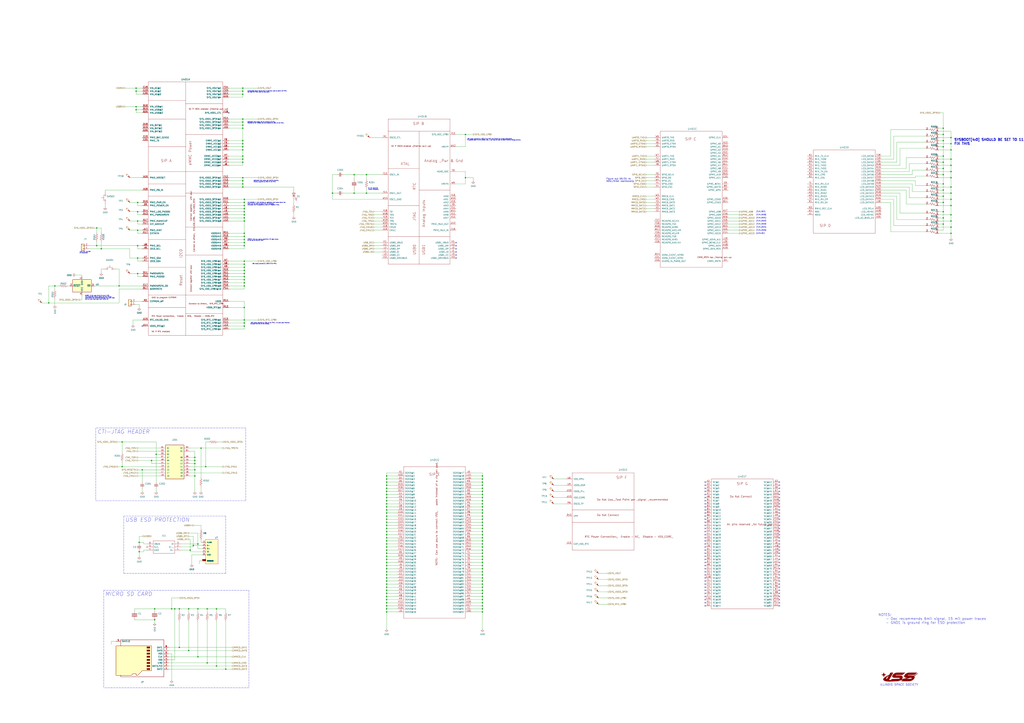
<source format=kicad_sch>
(kicad_sch (version 20211123) (generator eeschema)
  (paper "A1")
  (title_block (title "TARS - MK2 Microprocessor Schematic") (date "2021-01-11") (rev "A"))
  (junction (at 200.66 176.53))
  (junction (at 200.66 179.07))
  (junction (at 396.24 485.14))
  (junction (at 317.5 449.58))
  (junction (at 100.33 383.54))
  (junction (at 396.24 477.52))
  (junction (at 317.5 474.98))
  (junction (at 100.33 363.22))
  (junction (at 317.5 459.74))
  (junction (at 111.76 90.17))
  (junction (at 396.24 439.42))
  (junction (at 774.7 110.49))
  (junction (at 124.46 378.46))
  (junction (at 200.66 224.79))
  (junction (at 45.085 234.95))
  (junction (at 317.5 452.12))
  (junction (at 774.7 138.43))
  (junction (at 199.39 123.19))
  (junction (at 200.66 214.63))
  (junction (at 200.66 166.37))
  (junction (at 200.66 219.71))
  (junction (at 396.24 426.72))
  (junction (at 396.24 480.06))
  (junction (at 396.24 434.34))
  (junction (at 781.05 146.05))
  (junction (at 317.5 477.52))
  (junction (at 317.5 441.96))
  (junction (at 317.5 500.38))
  (junction (at 396.24 391.16))
  (junction (at 317.5 492.76))
  (junction (at 396.24 495.3))
  (junction (at 396.24 462.28))
  (junction (at 317.5 495.3))
  (junction (at 300.99 158.75))
  (junction (at 317.5 487.68))
  (junction (at 317.5 431.8))
  (junction (at 200.66 222.25))
  (junction (at 774.7 166.37))
  (junction (at 199.39 146.05))
  (junction (at 774.7 128.27))
  (junction (at 200.66 191.77))
  (junction (at 177.8 500.38))
  (junction (at 317.5 396.24))
  (junction (at 160.02 391.16))
  (junction (at 317.5 419.1))
  (junction (at 97.79 234.95))
  (junction (at 781.05 140.97))
  (junction (at 160.02 386.08))
  (junction (at 317.5 480.06))
  (junction (at 317.5 454.66))
  (junction (at 396.24 414.02))
  (junction (at 396.24 487.68))
  (junction (at 317.5 497.84))
  (junction (at 781.05 130.81))
  (junction (at 396.24 500.38))
  (junction (at 199.39 74.93))
  (junction (at 781.05 153.67))
  (junction (at 200.66 201.93))
  (junction (at 774.7 120.65))
  (junction (at 317.5 462.28))
  (junction (at 162.56 539.75))
  (junction (at 199.39 120.65))
  (junction (at 396.24 492.76))
  (junction (at 113.03 201.93))
  (junction (at 396.24 406.4))
  (junction (at 199.39 72.39))
  (junction (at 154.94 534.67))
  (junction (at 199.39 151.13))
  (junction (at 396.24 469.9))
  (junction (at 774.7 184.15))
  (junction (at 199.39 153.67))
  (junction (at 162.56 447.04))
  (junction (at 199.39 130.81))
  (junction (at 396.24 401.32))
  (junction (at 199.39 97.79))
  (junction (at 79.375 201.93))
  (junction (at 200.66 194.31))
  (junction (at 273.05 158.75))
  (junction (at 781.05 118.11))
  (junction (at 774.7 156.21))
  (junction (at 200.66 168.91))
  (junction (at 396.24 459.74))
  (junction (at 317.5 426.72))
  (junction (at 111.76 72.39))
  (junction (at 185.42 549.91))
  (junction (at 774.7 143.51))
  (junction (at 396.24 421.64))
  (junction (at 396.24 408.94))
  (junction (at 199.39 102.87))
  (junction (at 147.32 532.13))
  (junction (at 317.5 436.88))
  (junction (at 317.5 434.34))
  (junction (at 781.05 158.75))
  (junction (at 774.7 179.07))
  (junction (at 774.7 151.13))
  (junction (at 154.94 500.38))
  (junction (at 396.24 419.1))
  (junction (at 382.27 146.05))
  (junction (at 158.75 448.31))
  (junction (at 781.05 191.77))
  (junction (at 113.03 173.99))
  (junction (at 781.05 181.61))
  (junction (at 127 500.38))
  (junction (at 774.7 133.35))
  (junction (at 781.05 113.03))
  (junction (at 396.24 452.12))
  (junction (at 317.5 502.92))
  (junction (at 781.05 163.83))
  (junction (at 317.5 403.86))
  (junction (at 396.24 411.48))
  (junction (at 396.24 441.96))
  (junction (at 396.24 464.82))
  (junction (at 396.24 472.44))
  (junction (at 200.66 173.99))
  (junction (at 147.32 500.38))
  (junction (at 199.39 128.27))
  (junction (at 200.66 196.85))
  (junction (at 111.76 87.63))
  (junction (at 317.5 464.82))
  (junction (at 396.24 416.56))
  (junction (at 317.5 447.04))
  (junction (at 317.5 406.4))
  (junction (at 396.24 490.22))
  (junction (at 200.66 181.61))
  (junction (at 774.7 105.41))
  (junction (at 317.5 416.56))
  (junction (at 79.375 187.325))
  (junction (at 200.66 199.39))
  (junction (at 199.39 100.33))
  (junction (at 396.24 449.58))
  (junction (at 396.24 447.04))
  (junction (at 160.02 381))
  (junction (at 128.27 373.38))
  (junction (at 396.24 436.88))
  (junction (at 116.84 386.08))
  (junction (at 113.03 166.37))
  (junction (at 170.18 544.83))
  (junction (at 290.83 143.51))
  (junction (at 317.5 393.7))
  (junction (at 317.5 398.78))
  (junction (at 199.39 118.11))
  (junction (at 396.24 497.84))
  (junction (at 317.5 421.64))
  (junction (at 317.5 444.5))
  (junction (at 127 509.27))
  (junction (at 200.66 265.43))
  (junction (at 396.24 454.66))
  (junction (at 200.66 163.83))
  (junction (at 396.24 444.5))
  (junction (at 317.5 482.6))
  (junction (at 300.99 143.51))
  (junction (at 396.24 393.7))
  (junction (at 781.05 168.91))
  (junction (at 781.05 123.19))
  (junction (at 111.76 74.93))
  (junction (at 165.1 368.3))
  (junction (at 162.56 500.38))
  (junction (at 156.21 452.12))
  (junction (at 396.24 398.78))
  (junction (at 170.18 500.38))
  (junction (at 317.5 457.2))
  (junction (at 396.24 431.8))
  (junction (at 83.185 204.47))
  (junction (at 317.5 414.02))
  (junction (at 140.97 500.38))
  (junction (at 199.39 77.47))
  (junction (at 200.66 267.97))
  (junction (at 200.66 171.45))
  (junction (at 396.24 403.86))
  (junction (at 200.66 227.33))
  (junction (at 396.24 429.26))
  (junction (at 781.05 135.89))
  (junction (at 317.5 408.94))
  (junction (at 396.24 474.98))
  (junction (at 290.83 158.75))
  (junction (at 382.27 110.49))
  (junction (at 774.7 115.57))
  (junction (at 113.03 224.79))
  (junction (at 199.39 133.35))
  (junction (at 200.66 232.41))
  (junction (at 317.5 490.22))
  (junction (at 396.24 396.24))
  (junction (at 160.02 375.92))
  (junction (at 774.7 161.29))
  (junction (at 396.24 467.36))
  (junction (at 160.02 378.46))
  (junction (at 317.5 411.48))
  (junction (at 317.5 469.9))
  (junction (at 774.7 173.99))
  (junction (at 396.24 502.92))
  (junction (at 317.5 485.14))
  (junction (at 143.51 500.38))
  (junction (at 200.66 229.87))
  (junction (at 781.05 186.69))
  (junction (at 114.3 445.77))
  (junction (at 113.03 181.61))
  (junction (at 113.03 189.23))
  (junction (at 199.39 148.59))
  (junction (at 317.5 424.18))
  (junction (at 200.66 252.73))
  (junction (at 40.005 248.92))
  (junction (at 317.5 472.44))
  (junction (at 396.24 482.6))
  (junction (at 199.39 115.57))
  (junction (at 114.3 453.39))
  (junction (at 317.5 439.42))
  (junction (at 317.5 429.26))
  (junction (at 396.24 457.2))
  (junction (at 168.91 383.54))
  (junction (at 200.66 234.95))
  (junction (at 200.66 262.89))
  (junction (at 199.39 105.41))
  (junction (at 781.05 176.53))
  (junction (at 317.5 391.16))
  (junction (at 396.24 424.18))
  (junction (at 113.03 212.09))
  (junction (at 177.8 547.37))
  (junction (at 200.66 217.17))
  (junction (at 317.5 467.36))
  (junction (at 317.5 401.32))
  (no_connect (at 579.12 485.14))
  (no_connect (at 579.12 401.32))
  (no_connect (at 579.12 472.44))
  (no_connect (at 579.12 469.9))
  (no_connect (at 640.08 403.86))
  (no_connect (at 579.12 459.74))
  (no_connect (at 579.12 457.2))
  (no_connect (at 374.65 199.39))
  (no_connect (at 116.84 267.97))
  (no_connect (at 640.08 487.68))
  (no_connect (at 374.65 209.55))
  (no_connect (at 640.08 424.18))
  (no_connect (at 640.08 485.14))
  (no_connect (at 579.12 449.58))
  (no_connect (at 640.08 439.42))
  (no_connect (at 579.12 403.86))
  (no_connect (at 579.12 406.4))
  (no_connect (at 640.08 454.66))
  (no_connect (at 640.08 490.22))
  (no_connect (at 640.08 462.28))
  (no_connect (at 640.08 459.74))
  (no_connect (at 640.08 408.94))
  (no_connect (at 640.08 429.26))
  (no_connect (at 579.12 477.52))
  (no_connect (at 640.08 414.02))
  (no_connect (at 640.08 492.76))
  (no_connect (at 640.08 419.1))
  (no_connect (at 579.12 411.48))
  (no_connect (at 374.65 201.93))
  (no_connect (at 579.12 434.34))
  (no_connect (at 579.12 398.78))
  (no_connect (at 374.65 207.01))
  (no_connect (at 640.08 444.5))
  (no_connect (at 640.08 396.24))
  (no_connect (at 640.08 426.72))
  (no_connect (at 640.08 495.3))
  (no_connect (at 579.12 474.98))
  (no_connect (at 579.12 441.96))
  (no_connect (at 579.12 426.72))
  (no_connect (at 579.12 416.56))
  (no_connect (at 640.08 497.84))
  (no_connect (at 640.08 434.34))
  (no_connect (at 579.12 482.6))
  (no_connect (at 579.12 421.64))
  (no_connect (at 579.12 444.5))
  (no_connect (at 579.12 462.28))
  (no_connect (at 640.08 467.36))
  (no_connect (at 579.12 490.22))
  (no_connect (at 579.12 452.12))
  (no_connect (at 579.12 447.04))
  (no_connect (at 579.12 492.76))
  (no_connect (at 579.12 396.24))
  (no_connect (at 640.08 477.52))
  (no_connect (at 640.08 447.04))
  (no_connect (at 374.65 212.09))
  (no_connect (at 640.08 482.6))
  (no_connect (at 579.12 414.02))
  (no_connect (at 640.08 431.8))
  (no_connect (at 640.08 398.78))
  (no_connect (at 579.12 408.94))
  (no_connect (at 579.12 487.68))
  (no_connect (at 640.08 411.48))
  (no_connect (at 579.12 429.26))
  (no_connect (at 579.12 480.06))
  (no_connect (at 579.12 419.1))
  (no_connect (at 579.12 464.82))
  (no_connect (at 187.96 92.71))
  (no_connect (at 640.08 421.64))
  (no_connect (at 640.08 452.12))
  (no_connect (at 640.08 449.58))
  (no_connect (at 640.08 436.88))
  (no_connect (at 579.12 439.42))
  (no_connect (at 579.12 436.88))
  (no_connect (at 374.65 204.47))
  (no_connect (at 640.08 472.44))
  (no_connect (at 640.08 480.06))
  (no_connect (at 579.12 495.3))
  (no_connect (at 640.08 401.32))
  (no_connect (at 640.08 416.56))
  (no_connect (at 640.08 457.2))
  (no_connect (at 640.08 406.4))
  (no_connect (at 640.08 441.96))
  (no_connect (at 579.12 454.66))
  (no_connect (at 579.12 497.84))
  (no_connect (at 640.08 474.98))
  (no_connect (at 640.08 469.9))
  (no_connect (at 579.12 467.36))
  (no_connect (at 640.08 464.82))
  (no_connect (at 579.12 431.8))
  (no_connect (at 579.12 424.18))
  (wire (pts (xy 396.24 490.22) (xy 396.24 487.68)))
  (wire (pts (xy 770.89 191.77) (xy 781.05 191.77)))
  (wire (pts (xy 113.03 189.23) (xy 113.03 191.77)))
  (wire (pts (xy 200.66 194.31) (xy 200.66 191.77)))
  (wire (pts (xy 165.1 368.3) (xy 182.88 368.3)))
  (wire (pts (xy 166.37 461.01) (xy 163.83 461.01)))
  (wire (pts (xy 317.5 411.48) (xy 326.39 411.48)))
  (wire (pts (xy 113.03 166.37) (xy 113.03 168.91)))
  (wire (pts (xy 160.02 378.46) (xy 160.02 381)))
  (wire (pts (xy 199.39 123.19) (xy 199.39 128.27)))
  (wire (pts (xy 147.32 491.49) (xy 140.97 491.49)))
  (wire (pts (xy 317.5 396.24) (xy 326.39 396.24)))
  (wire (pts (xy 147.32 532.13) (xy 190.5 532.13)))
  (wire (pts (xy 158.75 449.58) (xy 158.75 448.31)))
  (wire (pts (xy 114.3 445.77) (xy 114.3 440.69)))
  (wire (pts (xy 165.1 400.05) (xy 165.1 403.86)))
  (wire (pts (xy 317.5 462.28) (xy 317.5 459.74)))
  (wire (pts (xy 774.7 179.07) (xy 774.7 184.15)))
  (wire (pts (xy 382.27 146.05) (xy 382.27 151.13)))
  (wire (pts (xy 382.27 110.49) (xy 374.65 110.49)))
  (wire (pts (xy 387.35 467.36) (xy 396.24 467.36)))
  (wire (pts (xy 199.39 74.93) (xy 199.39 77.47)))
  (wire (pts (xy 396.24 477.52) (xy 387.35 477.52)))
  (wire (pts (xy 387.35 434.34) (xy 396.24 434.34)))
  (wire (pts (xy 200.66 166.37) (xy 200.66 163.83)))
  (wire (pts (xy 317.5 477.52) (xy 317.5 474.98)))
  (wire (pts (xy 241.3 177.8) (xy 241.3 175.26)))
  (wire (pts (xy 774.7 110.49) (xy 770.89 110.49)))
  (wire (pts (xy 79.375 187.325) (xy 77.47 187.325)))
  (wire (pts (xy 396.24 434.34) (xy 396.24 431.8)))
  (polyline (pts (xy 201.93 411.48) (xy 201.93 351.79)))
  (wire (pts (xy 307.34 173.99) (xy 313.69 173.99)))
  (wire (pts (xy 396.24 416.56) (xy 396.24 414.02)))
  (wire (pts (xy 113.03 214.63) (xy 116.84 214.63)))
  (wire (pts (xy 187.96 196.85) (xy 200.66 196.85)))
  (wire (pts (xy 774.7 133.35) (xy 770.89 133.35)))
  (wire (pts (xy 156.21 453.39) (xy 156.21 452.12)))
  (wire (pts (xy 781.05 135.89) (xy 781.05 140.97)))
  (wire (pts (xy 116.84 212.09) (xy 113.03 212.09)))
  (wire (pts (xy 199.39 128.27) (xy 199.39 130.81)))
  (wire (pts (xy 156.21 388.62) (xy 182.88 388.62)))
  (wire (pts (xy 387.35 419.1) (xy 396.24 419.1)))
  (wire (pts (xy 199.39 153.67) (xy 199.39 151.13)))
  (wire (pts (xy 396.24 449.58) (xy 396.24 447.04)))
  (wire (pts (xy 147.32 502.92) (xy 147.32 500.38)))
  (wire (pts (xy 140.97 491.49) (xy 140.97 500.38)))
  (wire (pts (xy 116.84 189.23) (xy 113.03 189.23)))
  (wire (pts (xy 774.7 110.49) (xy 774.7 115.57)))
  (wire (pts (xy 200.66 267.97) (xy 200.66 270.51)))
  (wire (pts (xy 387.35 462.28) (xy 396.24 462.28)))
  (wire (pts (xy 187.96 265.43) (xy 200.66 265.43)))
  (wire (pts (xy 387.35 457.2) (xy 396.24 457.2)))
  (wire (pts (xy 396.24 393.7) (xy 396.24 391.16)))
  (wire (pts (xy 770.89 105.41) (xy 774.7 105.41)))
  (wire (pts (xy 200.66 229.87) (xy 200.66 227.33)))
  (wire (pts (xy 276.86 143.51) (xy 273.05 143.51)))
  (wire (pts (xy 396.24 502.92) (xy 396.24 500.38)))
  (wire (pts (xy 387.35 495.3) (xy 396.24 495.3)))
  (wire (pts (xy 106.68 166.37) (xy 113.03 166.37)))
  (wire (pts (xy 396.24 406.4) (xy 396.24 403.86)))
  (wire (pts (xy 317.5 393.7) (xy 326.39 393.7)))
  (wire (pts (xy 187.96 191.77) (xy 200.66 191.77)))
  (wire (pts (xy 111.76 87.63) (xy 111.76 90.17)))
  (wire (pts (xy 530.86 135.89) (xy 537.21 135.89)))
  (wire (pts (xy 165.1 431.8) (xy 165.1 435.61)))
  (wire (pts (xy 116.84 224.79) (xy 113.03 224.79)))
  (wire (pts (xy 156.21 381) (xy 160.02 381)))
  (wire (pts (xy 530.86 120.65) (xy 537.21 120.65)))
  (wire (pts (xy 100.33 363.22) (xy 128.27 363.22)))
  (wire (pts (xy 187.96 74.93) (xy 199.39 74.93)))
  (wire (pts (xy 168.91 383.54) (xy 182.88 383.54)))
  (wire (pts (xy 113.03 173.99) (xy 113.03 176.53)))
  (wire (pts (xy 723.9 153.67) (xy 746.76 153.67)))
  (wire (pts (xy 770.89 118.11) (xy 781.05 118.11)))
  (wire (pts (xy 162.56 447.04) (xy 162.56 438.15)))
  (wire (pts (xy 396.24 414.02) (xy 387.35 414.02)))
  (wire (pts (xy 739.14 175.26) (xy 760.73 175.26)))
  (wire (pts (xy 382.27 151.13) (xy 374.65 151.13)))
  (wire (pts (xy 116.84 401.32) (xy 116.84 403.86)))
  (wire (pts (xy 736.6 180.34) (xy 760.73 180.34)))
  (wire (pts (xy 199.39 130.81) (xy 199.39 133.35)))
  (wire (pts (xy 187.96 176.53) (xy 200.66 176.53)))
  (wire (pts (xy 199.39 151.13) (xy 199.39 148.59)))
  (wire (pts (xy 200.66 163.83) (xy 212.09 163.83)))
  (wire (pts (xy 118.11 453.39) (xy 118.11 452.12)))
  (wire (pts (xy 396.24 447.04) (xy 396.24 444.5)))
  (wire (pts (xy 326.39 429.26) (xy 317.5 429.26)))
  (wire (pts (xy 491.49 496.57) (xy 499.11 496.57)))
  (polyline (pts (xy 78.74 411.48) (xy 201.93 411.48)))
  (wire (pts (xy 200.66 234.95) (xy 200.66 232.41)))
  (wire (pts (xy 396.24 429.26) (xy 396.24 426.72)))
  (wire (pts (xy 200.66 217.17) (xy 200.66 219.71)))
  (wire (pts (xy 179.07 363.22) (xy 182.88 363.22)))
  (wire (pts (xy 79.375 201.93) (xy 113.03 201.93)))
  (wire (pts (xy 199.39 77.47) (xy 187.96 77.47)))
  (wire (pts (xy 739.14 158.75) (xy 739.14 175.26)))
  (wire (pts (xy 387.35 482.6) (xy 396.24 482.6)))
  (wire (pts (xy 739.14 135.89) (xy 739.14 121.92)))
  (wire (pts (xy 55.88 234.95) (xy 57.15 234.95)))
  (wire (pts (xy 491.49 481.33) (xy 499.11 481.33)))
  (wire (pts (xy 199.39 105.41) (xy 199.39 115.57)))
  (wire (pts (xy 177.8 500.38) (xy 170.18 500.38)))
  (wire (pts (xy 212.09 262.89) (xy 200.66 262.89)))
  (wire (pts (xy 317.5 485.14) (xy 317.5 482.6)))
  (wire (pts (xy 83.185 204.47) (xy 106.68 204.47)))
  (wire (pts (xy 273.05 163.83) (xy 313.69 163.83)))
  (wire (pts (xy 734.06 111.76) (xy 734.06 130.81)))
  (wire (pts (xy 774.7 120.65) (xy 774.7 128.27)))
  (wire (pts (xy 138.43 549.91) (xy 185.42 549.91)))
  (wire (pts (xy 300.99 143.51) (xy 313.69 143.51)))
  (wire (pts (xy 396.24 452.12) (xy 387.35 452.12)))
  (wire (pts (xy 774.7 120.65) (xy 770.89 120.65)))
  (wire (pts (xy 290.83 143.51) (xy 290.83 146.05)))
  (wire (pts (xy 96.52 383.54) (xy 100.33 383.54)))
  (wire (pts (xy 396.24 516.89) (xy 396.24 502.92)))
  (wire (pts (xy 187.96 130.81) (xy 199.39 130.81)))
  (wire (pts (xy 326.39 467.36) (xy 317.5 467.36)))
  (wire (pts (xy 774.7 166.37) (xy 774.7 173.99)))
  (wire (pts (xy 317.5 449.58) (xy 317.5 447.04)))
  (wire (pts (xy 114.3 452.12) (xy 114.3 453.39)))
  (wire (pts (xy 307.34 199.39) (xy 313.69 199.39)))
  (wire (pts (xy 396.24 490.22) (xy 387.35 490.22)))
  (wire (pts (xy 154.94 510.54) (xy 154.94 534.67)))
  (wire (pts (xy 106.68 212.09) (xy 113.03 212.09)))
  (wire (pts (xy 317.5 472.44) (xy 326.39 472.44)))
  (wire (pts (xy 396.24 487.68) (xy 396.24 485.14)))
  (wire (pts (xy 143.51 500.38) (xy 140.97 500.38)))
  (wire (pts (xy 387.35 441.96) (xy 396.24 441.96)))
  (wire (pts (xy 187.96 199.39) (xy 200.66 199.39)))
  (wire (pts (xy 86.36 157.48) (xy 86.36 156.21)))
  (wire (pts (xy 130.81 391.16) (xy 113.03 391.16)))
  (wire (pts (xy 200.66 191.77) (xy 200.66 181.61)))
  (wire (pts (xy 781.05 181.61) (xy 781.05 186.69)))
  (wire (pts (xy 113.03 375.92) (xy 130.81 375.92)))
  (wire (pts (xy 130.81 386.08) (xy 116.84 386.08)))
  (wire (pts (xy 530.86 133.35) (xy 537.21 133.35)))
  (wire (pts (xy 118.11 447.04) (xy 118.11 445.77)))
  (wire (pts (xy 317.5 495.3) (xy 326.39 495.3)))
  (wire (pts (xy 113.03 181.61) (xy 106.68 181.61)))
  (wire (pts (xy 530.86 128.27) (xy 537.21 128.27)))
  (wire (pts (xy 200.66 214.63) (xy 200.66 217.17)))
  (wire (pts (xy 116.84 181.61) (xy 113.03 181.61)))
  (wire (pts (xy 774.7 179.07) (xy 770.89 179.07)))
  (wire (pts (xy 156.21 378.46) (xy 160.02 378.46)))
  (wire (pts (xy 530.86 151.13) (xy 537.21 151.13)))
  (wire (pts (xy 770.89 163.83) (xy 781.05 163.83)))
  (wire (pts (xy 387.35 444.5) (xy 396.24 444.5)))
  (wire (pts (xy 124.46 381) (xy 124.46 378.46)))
  (wire (pts (xy 387.35 492.76) (xy 396.24 492.76)))
  (wire (pts (xy 781.05 130.81) (xy 781.05 135.89)))
  (wire (pts (xy 744.22 138.43) (xy 744.22 129.54)))
  (wire (pts (xy 744.22 156.21) (xy 744.22 167.64)))
  (wire (pts (xy 300.99 147.32) (xy 300.99 143.51)))
  (wire (pts (xy 454.66 393.7) (xy 464.82 393.7)))
  (wire (pts (xy 187.96 181.61) (xy 200.66 181.61)))
  (wire (pts (xy 734.06 163.83) (xy 734.06 185.42)))
  (wire (pts (xy 313.69 204.47) (xy 307.34 204.47)))
  (wire (pts (xy 67.31 226.06) (xy 67.31 227.33)))
  (wire (pts (xy 387.35 396.24) (xy 396.24 396.24)))
  (wire (pts (xy 187.96 227.33) (xy 200.66 227.33)))
  (wire (pts (xy 165.1 445.77) (xy 165.1 443.23)))
  (wire (pts (xy 313.69 184.15) (xy 307.34 184.15)))
  (wire (pts (xy 770.89 151.13) (xy 774.7 151.13)))
  (wire (pts (xy 781.05 191.77) (xy 781.05 195.58)))
  (wire (pts (xy 387.35 480.06) (xy 396.24 480.06)))
  (wire (pts (xy 723.9 146.05) (xy 751.84 146.05)))
  (wire (pts (xy 746.76 162.56) (xy 746.76 153.67)))
  (wire (pts (xy 774.7 138.43) (xy 774.7 143.51)))
  (wire (pts (xy 200.66 270.51) (xy 187.96 270.51)))
  (wire (pts (xy 199.39 97.79) (xy 199.39 100.33)))
  (wire (pts (xy 157.48 455.93) (xy 157.48 463.55)))
  (wire (pts (xy 113.03 176.53) (xy 116.84 176.53)))
  (wire (pts (xy 187.96 102.87) (xy 199.39 102.87)))
  (wire (pts (xy 396.24 426.72) (xy 387.35 426.72)))
  (wire (pts (xy 111.76 72.39) (xy 102.87 72.39)))
  (wire (pts (xy 130.81 381) (xy 124.46 381)))
  (wire (pts (xy 770.89 158.75) (xy 781.05 158.75)))
  (wire (pts (xy 102.87 87.63) (xy 111.76 87.63)))
  (wire (pts (xy 45.085 238.125) (xy 45.085 234.95)))
  (polyline (pts (xy 85.09 485.14) (xy 85.09 565.15)))
  (wire (pts (xy 187.96 247.65) (xy 200.66 247.65)))
  (wire (pts (xy 491.49 486.41) (xy 499.11 486.41)))
  (wire (pts (xy 723.9 130.81) (xy 734.06 130.81)))
  (wire (pts (xy 95.25 220.98) (xy 97.79 220.98)))
  (wire (pts (xy 746.76 140.97) (xy 746.76 134.62)))
  (wire (pts (xy 113.03 224.79) (xy 106.68 224.79)))
  (wire (pts (xy 736.6 161.29) (xy 736.6 180.34)))
  (wire (pts (xy 200.66 168.91) (xy 200.66 166.37)))
  (wire (pts (xy 396.24 454.66) (xy 396.24 452.12)))
  (wire (pts (xy 200.66 201.93) (xy 200.66 199.39)))
  (wire (pts (xy 770.89 113.03) (xy 781.05 113.03)))
  (wire (pts (xy 187.96 234.95) (xy 200.66 234.95)))
  (wire (pts (xy 387.35 424.18) (xy 396.24 424.18)))
  (wire (pts (xy 598.17 181.61) (xy 607.06 181.61)))
  (wire (pts (xy 317.5 406.4) (xy 317.5 403.86)))
  (wire (pts (xy 187.96 237.49) (xy 200.66 237.49)))
  (wire (pts (xy 317.5 436.88) (xy 326.39 436.88)))
  (wire (pts (xy 97.79 248.92) (xy 97.79 237.49)))
  (wire (pts (xy 124.46 378.46) (xy 130.81 378.46)))
  (wire (pts (xy 774.7 143.51) (xy 770.89 143.51)))
  (wire (pts (xy 396.24 401.32) (xy 396.24 398.78)))
  (wire (pts (xy 770.89 107.95) (xy 781.05 107.95)))
  (wire (pts (xy 317.5 406.4) (xy 326.39 406.4)))
  (wire (pts (xy 113.03 368.3) (xy 130.81 368.3)))
  (wire (pts (xy 326.39 388.62) (xy 317.5 388.62)))
  (wire (pts (xy 530.86 113.03) (xy 537.21 113.03)))
  (wire (pts (xy 168.91 363.22) (xy 171.45 363.22)))
  (wire (pts (xy 317.5 449.58) (xy 326.39 449.58)))
  (wire (pts (xy 326.39 441.96) (xy 317.5 441.96)))
  (wire (pts (xy 751.84 152.4) (xy 760.73 152.4)))
  (wire (pts (xy 200.66 196.85) (xy 200.66 194.31)))
  (wire (pts (xy 187.96 222.25) (xy 200.66 222.25)))
  (wire (pts (xy 396.24 482.6) (xy 396.24 480.06)))
  (wire (pts (xy 45.085 234.95) (xy 40.005 234.95)))
  (wire (pts (xy 199.39 77.47) (xy 199.39 80.01)))
  (wire (pts (xy 317.5 441.96) (xy 317.5 439.42)))
  (wire (pts (xy 200.66 179.07) (xy 187.96 179.07)))
  (wire (pts (xy 317.5 429.26) (xy 317.5 426.72)))
  (wire (pts (xy 307.34 189.23) (xy 313.69 189.23)))
  (wire (pts (xy 86.36 156.21) (xy 116.84 156.21)))
  (wire (pts (xy 116.84 166.37) (xy 113.03 166.37)))
  (wire (pts (xy 273.05 158.75) (xy 273.05 163.83)))
  (wire (pts (xy 317.5 434.34) (xy 326.39 434.34)))
  (wire (pts (xy 396.24 414.02) (xy 396.24 411.48)))
  (wire (pts (xy 128.27 373.38) (xy 128.27 396.24)))
  (wire (pts (xy 187.96 217.17) (xy 200.66 217.17)))
  (wire (pts (xy 162.56 447.04) (xy 162.56 450.85)))
  (wire (pts (xy 326.39 480.06) (xy 317.5 480.06)))
  (wire (pts (xy 73.025 201.93) (xy 79.375 201.93)))
  (wire (pts (xy 736.6 133.35) (xy 736.6 116.84)))
  (wire (pts (xy 165.1 392.43) (xy 165.1 368.3)))
  (wire (pts (xy 160.02 391.16) (xy 160.02 403.86)))
  (wire (pts (xy 396.24 396.24) (xy 396.24 393.7)))
  (wire (pts (xy 739.14 121.92) (xy 760.73 121.92)))
  (wire (pts (xy 774.7 166.37) (xy 770.89 166.37)))
  (wire (pts (xy 83.185 220.98) (xy 83.185 224.155)))
  (wire (pts (xy 100.33 383.54) (xy 130.81 383.54)))
  (wire (pts (xy 116.84 201.93) (xy 113.03 201.93)))
  (wire (pts (xy 317.5 516.89) (xy 317.5 502.92)))
  (wire (pts (xy 114.3 453.39) (xy 114.3 457.2)))
  (wire (pts (xy 396.24 419.1) (xy 396.24 416.56)))
  (polyline (pts (xy 185.42 424.18) (xy 101.6 424.18)))
  (wire (pts (xy 187.96 232.41) (xy 200.66 232.41)))
  (wire (pts (xy 598.17 184.15) (xy 607.06 184.15)))
  (wire (pts (xy 598.17 186.69) (xy 607.06 186.69)))
  (wire (pts (xy 34.29 248.92) (xy 40.005 248.92)))
  (wire (pts (xy 317.5 472.44) (xy 317.5 469.9)))
  (wire (pts (xy 187.96 105.41) (xy 199.39 105.41)))
  (wire (pts (xy 48.26 234.95) (xy 45.085 234.95)))
  (wire (pts (xy 313.69 186.69) (xy 307.34 186.69)))
  (wire (pts (xy 177.8 547.37) (xy 190.5 547.37)))
  (wire (pts (xy 317.5 495.3) (xy 317.5 492.76)))
  (wire (pts (xy 156.21 383.54) (xy 168.91 383.54)))
  (wire (pts (xy 317.5 485.14) (xy 326.39 485.14)))
  (wire (pts (xy 110.49 509.27) (xy 127 509.27)))
  (wire (pts (xy 382.27 140.97) (xy 382.27 146.05)))
  (wire (pts (xy 241.3 167.64) (xy 241.3 163.83)))
  (wire (pts (xy 199.39 146.05) (xy 187.96 146.05)))
  (wire (pts (xy 127 500.38) (xy 127 501.65)))
  (wire (pts (xy 731.52 166.37) (xy 731.52 190.5)))
  (wire (pts (xy 317.5 431.8) (xy 317.5 429.26)))
  (wire (pts (xy 170.18 500.38) (xy 162.56 500.38)))
  (wire (pts (xy 731.52 106.68) (xy 760.73 106.68)))
  (wire (pts (xy 290.83 156.21) (xy 290.83 158.75)))
  (wire (pts (xy 317.5 436.88) (xy 317.5 434.34)))
  (wire (pts (xy 100.33 379.73) (xy 100.33 383.54)))
  (wire (pts (xy 106.68 173.99) (xy 113.03 173.99)))
  (wire (pts (xy 770.89 181.61) (xy 781.05 181.61)))
  (wire (pts (xy 187.96 120.65) (xy 199.39 120.65)))
  (wire (pts (xy 187.96 229.87) (xy 200.66 229.87)))
  (wire (pts (xy 113.03 378.46) (xy 124.46 378.46)))
  (wire (pts (xy 387.35 500.38) (xy 396.24 500.38)))
  (wire (pts (xy 387.35 487.68) (xy 396.24 487.68)))
  (wire (pts (xy 156.21 370.84) (xy 160.02 370.84)))
  (wire (pts (xy 199.39 148.59) (xy 199.39 146.05)))
  (wire (pts (xy 106.68 204.47) (xy 106.68 212.09)))
  (wire (pts (xy 313.69 176.53) (xy 307.34 176.53)))
  (wire (pts (xy 387.35 398.78) (xy 396.24 398.78)))
  (wire (pts (xy 749.3 143.51) (xy 749.3 139.7)))
  (wire (pts (xy 530.86 115.57) (xy 537.21 115.57)))
  (wire (pts (xy 317.5 426.72) (xy 326.39 426.72)))
  (wire (pts (xy 114.3 453.39) (xy 118.11 453.39)))
  (wire (pts (xy 530.86 143.51) (xy 537.21 143.51)))
  (wire (pts (xy 128.27 373.38) (xy 130.81 373.38)))
  (wire (pts (xy 111.76 247.65) (xy 116.84 247.65)))
  (wire (pts (xy 317.5 487.68) (xy 326.39 487.68)))
  (wire (pts (xy 396.24 421.64) (xy 396.24 419.1)))
  (wire (pts (xy 781.05 123.19) (xy 781.05 130.81)))
  (wire (pts (xy 317.5 421.64) (xy 317.5 419.1)))
  (wire (pts (xy 770.89 130.81) (xy 781.05 130.81)))
  (wire (pts (xy 199.39 115.57) (xy 199.39 118.11)))
  (wire (pts (xy 396.24 398.78) (xy 396.24 396.24)))
  (wire (pts (xy 111.76 77.47) (xy 111.76 74.93)))
  (wire (pts (xy 317.5 454.66) (xy 317.5 452.12)))
  (wire (pts (xy 744.22 129.54) (xy 760.73 129.54)))
  (wire (pts (xy 396.24 485.14) (xy 396.24 482.6)))
  (wire (pts (xy 317.5 398.78) (xy 326.39 398.78)))
  (wire (pts (xy 751.84 146.05) (xy 751.84 144.78)))
  (wire (pts (xy 185.42 549.91) (xy 190.5 549.91)))
  (wire (pts (xy 751.84 148.59) (xy 751.84 152.4)))
  (wire (pts (xy 85.09 220.98) (xy 83.185 220.98)))
  (wire (pts (xy 396.24 408.94) (xy 396.24 406.4)))
  (wire (pts (xy 77.47 234.95) (xy 97.79 234.95)))
  (wire (pts (xy 156.21 368.3) (xy 165.1 368.3)))
  (wire (pts (xy 731.52 128.27) (xy 731.52 106.68)))
  (wire (pts (xy 317.5 396.24) (xy 317.5 393.7)))
  (wire (pts (xy 200.66 168.91) (xy 187.96 168.91)))
  (wire (pts (xy 185.42 502.92) (xy 185.42 500.38)))
  (wire (pts (xy 317.5 452.12) (xy 317.5 449.58)))
  (wire (pts (xy 387.35 429.26) (xy 396.24 429.26)))
  (wire (pts (xy 199.39 72.39) (xy 199.39 74.93)))
  (wire (pts (xy 317.5 416.56) (xy 317.5 414.02)))
  (wire (pts (xy 387.35 447.04) (xy 396.24 447.04)))
  (wire (pts (xy 387.35 469.9) (xy 396.24 469.9)))
  (wire (pts (xy 111.76 90.17) (xy 111.76 92.71)))
  (wire (pts (xy 317.5 480.06) (xy 317.5 477.52)))
  (wire (pts (xy 317.5 388.62) (xy 317.5 391.16)))
  (wire (pts (xy 454.66 403.86) (xy 464.82 403.86)))
  (wire (pts (xy 774.7 189.23) (xy 770.89 189.23)))
  (wire (pts (xy 185.42 500.38) (xy 177.8 500.38)))
  (wire (pts (xy 143.51 542.29) (xy 143.51 500.38)))
  (wire (pts (xy 723.9 163.83) (xy 734.06 163.83)))
  (wire (pts (xy 116.84 173.99) (xy 113.03 173.99)))
  (wire (pts (xy 303.53 113.03) (xy 313.69 113.03)))
  (wire (pts (xy 723.9 135.89) (xy 739.14 135.89)))
  (wire (pts (xy 387.35 454.66) (xy 396.24 454.66)))
  (wire (pts (xy 160.02 381) (xy 160.02 386.08)))
  (wire (pts (xy 281.94 143.51) (xy 290.83 143.51)))
  (wire (pts (xy 156.21 375.92) (xy 160.02 375.92)))
  (wire (pts (xy 382.27 146.05) (xy 388.62 146.05)))
  (wire (pts (xy 387.35 502.92) (xy 396.24 502.92)))
  (wire (pts (xy 387.35 474.98) (xy 396.24 474.98)))
  (wire (pts (xy 317.5 457.2) (xy 326.39 457.2)))
  (wire (pts (xy 200.66 247.65) (xy 200.66 252.73)))
  (wire (pts (xy 396.24 436.88) (xy 396.24 434.34)))
  (wire (pts (xy 187.96 267.97) (xy 200.66 267.97)))
  (wire (pts (xy 170.18 510.54) (xy 170.18 544.83)))
  (wire (pts (xy 130.81 370.84) (xy 113.03 370.84)))
  (wire (pts (xy 723.9 166.37) (xy 731.52 166.37)))
  (wire (pts (xy 723.9 143.51) (xy 749.3 143.51)))
  (wire (pts (xy 317.5 477.52) (xy 326.39 477.52)))
  (wire (pts (xy 774.7 92.71) (xy 774.7 105.41)))
  (wire (pts (xy 162.56 500.38) (xy 154.94 500.38)))
  (wire (pts (xy 187.96 115.57) (xy 199.39 115.57)))
  (wire (pts (xy 317.5 469.9) (xy 326.39 469.9)))
  (wire (pts (xy 113.03 168.91) (xy 116.84 168.91)))
  (wire (pts (xy 731.52 190.5) (xy 760.73 190.5)))
  (wire (pts (xy 723.9 158.75) (xy 739.14 158.75)))
  (wire (pts (xy 326.39 391.16) (xy 317.5 391.16)))
  (wire (pts (xy 770.89 138.43) (xy 774.7 138.43)))
  (wire (pts (xy 387.35 449.58) (xy 396.24 449.58)))
  (wire (pts (xy 160.02 375.92) (xy 160.02 378.46)))
  (wire (pts (xy 147.32 500.38) (xy 143.51 500.38)))
  (wire (pts (xy 200.66 262.89) (xy 200.66 265.43)))
  (wire (pts (xy 154.94 502.92) (xy 154.94 500.38)))
  (wire (pts (xy 40.005 234.95) (xy 40.005 248.92)))
  (wire (pts (xy 723.9 133.35) (xy 736.6 133.35)))
  (polyline (pts (xy 201.93 351.79) (xy 78.74 351.79)))
  (wire (pts (xy 396.24 457.2) (xy 396.24 454.66)))
  (wire (pts (xy 317.5 408.94) (xy 317.5 406.4)))
  (wire (pts (xy 160.02 370.84) (xy 160.02 375.92)))
  (wire (pts (xy 317.5 500.38) (xy 326.39 500.38)))
  (wire (pts (xy 499.11 491.49) (xy 491.49 491.49)))
  (wire (pts (xy 187.96 194.31) (xy 200.66 194.31)))
  (wire (pts (xy 746.76 134.62) (xy 760.73 134.62)))
  (wire (pts (xy 199.39 80.01) (xy 187.96 80.01)))
  (wire (pts (xy 326.39 416.56) (xy 317.5 416.56)))
  (wire (pts (xy 158.75 440.69) (xy 154.94 440.69)))
  (wire (pts (xy 158.75 431.8) (xy 165.1 431.8)))
  (wire (pts (xy 396.24 469.9) (xy 396.24 467.36)))
  (wire (pts (xy 781.05 168.91) (xy 781.05 176.53)))
  (wire (pts (xy 140.97 537.21) (xy 140.97 558.8)))
  (wire (pts (xy 212.09 146.05) (xy 199.39 146.05)))
  (wire (pts (xy 774.7 156.21) (xy 774.7 161.29)))
  (wire (pts (xy 109.22 262.89) (xy 109.22 266.7)))
  (wire (pts (xy 396.24 388.62) (xy 387.35 388.62)))
  (wire (pts (xy 120.65 447.04) (xy 118.11 447.04)))
  (wire (pts (xy 162.56 438.15) (xy 154.94 438.15)))
  (wire (pts (xy 396.24 474.98) (xy 396.24 472.44)))
  (wire (pts (xy 156.21 391.16) (xy 160.02 391.16)))
  (wire (pts (xy 781.05 107.95) (xy 781.05 113.03)))
  (wire (pts (xy 187.96 201.93) (xy 200.66 201.93)))
  (wire (pts (xy 162.56 502.92) (xy 162.56 500.38)))
  (wire (pts (xy 781.05 176.53) (xy 781.05 181.61)))
  (wire (pts (xy 138.43 542.29) (xy 143.51 542.29)))
  (wire (pts (xy 388.62 148.59) (xy 388.62 146.05)))
  (wire (pts (xy 770.89 135.89) (xy 781.05 135.89)))
  (wire (pts (xy 317.5 467.36) (xy 317.5 464.82)))
  (wire (pts (xy 187.96 166.37) (xy 200.66 166.37)))
  (wire (pts (xy 751.84 144.78) (xy 760.73 144.78)))
  (wire (pts (xy 774.7 105.41) (xy 774.7 110.49)))
  (wire (pts (xy 113.03 201.93) (xy 113.03 204.47)))
  (polyline (pts (xy 204.47 485.14) (xy 204.47 565.15)))
  (wire (pts (xy 290.83 158.75) (xy 300.99 158.75)))
  (wire (pts (xy 138.43 532.13) (xy 147.32 532.13)))
  (wire (pts (xy 749.3 157.48) (xy 760.73 157.48)))
  (wire (pts (xy 113.03 184.15) (xy 116.84 184.15)))
  (wire (pts (xy 187.96 214.63) (xy 200.66 214.63)))
  (wire (pts (xy 113.03 181.61) (xy 113.03 184.15)))
  (wire (pts (xy 200.66 252.73) (xy 200.66 262.89)))
  (wire (pts (xy 200.66 219.71) (xy 200.66 222.25)))
  (wire (pts (xy 114.3 440.69) (xy 116.84 440.69)))
  (wire (pts (xy 530.86 146.05) (xy 537.21 146.05)))
  (wire (pts (xy 723.9 128.27) (xy 731.52 128.27)))
  (wire (pts (xy 317.5 482.6) (xy 326.39 482.6)))
  (wire (pts (xy 273.05 158.75) (xy 276.86 158.75)))
  (wire (pts (xy 530.86 168.91) (xy 537.21 168.91)))
  (wire (pts (xy 187.96 148.59) (xy 199.39 148.59)))
  (wire (pts (xy 187.96 219.71) (xy 200.66 219.71)))
  (wire (pts (xy 781.05 186.69) (xy 781.05 191.77)))
  (wire (pts (xy 128.27 363.22) (xy 128.27 373.38)))
  (wire (pts (xy 396.24 441.96) (xy 396.24 439.42)))
  (wire (pts (xy 100.33 372.11) (xy 100.33 363.22)))
  (wire (pts (xy 154.94 500.38) (xy 147.32 500.38)))
  (wire (pts (xy 154.94 534.67) (xy 190.5 534.67)))
  (wire (pts (xy 317.5 398.78) (xy 317.5 396.24)))
  (wire (pts (xy 111.76 72.39) (xy 116.84 72.39)))
  (wire (pts (xy 200.66 199.39) (xy 200.66 196.85)))
  (wire (pts (xy 317.5 464.82) (xy 317.5 462.28)))
  (wire (pts (xy 241.3 153.67) (xy 241.3 156.21)))
  (wire (pts (xy 317.5 401.32) (xy 326.39 401.32)))
  (wire (pts (xy 774.7 115.57) (xy 774.7 120.65)))
  (wire (pts (xy 147.32 510.54) (xy 147.32 532.13)))
  (wire (pts (xy 317.5 497.84) (xy 317.5 495.3)))
  (wire (pts (xy 396.24 439.42) (xy 396.24 436.88)))
  (polyline (pts (xy 78.74 351.79) (xy 78.74 411.48)))
  (wire (pts (xy 148.59 447.04) (xy 162.56 447.04)))
  (wire (pts (xy 530.86 163.83) (xy 537.21 163.83)))
  (wire (pts (xy 62.23 226.06) (xy 67.31 226.06)))
  (wire (pts (xy 396.24 444.5) (xy 396.24 441.96)))
  (wire (pts (xy 281.94 158.75) (xy 290.83 158.75)))
  (wire (pts (xy 187.96 135.89) (xy 199.39 135.89)))
  (wire (pts (xy 317.5 502.92) (xy 317.5 500.38)))
  (wire (pts (xy 387.35 472.44) (xy 396.24 472.44)))
  (wire (pts (xy 396.24 403.86) (xy 396.24 401.32)))
  (wire (pts (xy 770.89 173.99) (xy 774.7 173.99)))
  (wire (pts (xy 170.18 502.92) (xy 170.18 500.38)))
  (wire (pts (xy 73.025 204.47) (xy 83.185 204.47)))
  (wire (pts (xy 770.89 128.27) (xy 774.7 128.27)))
  (wire (pts (xy 166.37 445.77) (xy 165.1 445.77)))
  (wire (pts (xy 598.17 173.99) (xy 607.06 173.99)))
  (polyline (pts (xy 185.42 471.17) (xy 185.42 424.18)))
  (wire (pts (xy 317.5 408.94) (xy 326.39 408.94)))
  (wire (pts (xy 530.86 173.99) (xy 537.21 173.99)))
  (wire (pts (xy 396.24 477.52) (xy 396.24 474.98)))
  (wire (pts (xy 374.65 140.97) (xy 382.27 140.97)))
  (wire (pts (xy 598.17 189.23) (xy 607.06 189.23)))
  (wire (pts (xy 317.5 459.74) (xy 317.5 457.2)))
  (wire (pts (xy 187.96 171.45) (xy 200.66 171.45)))
  (wire (pts (xy 65.405 246.38) (xy 67.31 246.38)))
  (wire (pts (xy 317.5 482.6) (xy 317.5 480.06)))
  (wire (pts (xy 187.96 151.13) (xy 199.39 151.13)))
  (wire (pts (xy 772.16 92.71) (xy 774.7 92.71)))
  (wire (pts (xy 116.84 77.47) (xy 111.76 77.47)))
  (wire (pts (xy 396.24 459.74) (xy 396.24 457.2)))
  (wire (pts (xy 774.7 143.51) (xy 774.7 151.13)))
  (wire (pts (xy 200.66 227.33) (xy 200.66 224.79)))
  (wire (pts (xy 770.89 115.57) (xy 774.7 115.57)))
  (wire (pts (xy 116.84 74.93) (xy 111.76 74.93)))
  (wire (pts (xy 396.24 467.36) (xy 396.24 464.82)))
  (wire (pts (xy 200.66 232.41) (xy 200.66 229.87)))
  (wire (pts (xy 781.05 158.75) (xy 781.05 163.83)))
  (wire (pts (xy 774.7 184.15) (xy 774.7 189.23)))
  (wire (pts (xy 160.02 386.08) (xy 160.02 391.16)))
  (wire (pts (xy 374.65 120.65) (xy 382.27 120.65)))
  (wire (pts (xy 187.96 72.39) (xy 199.39 72.39)))
  (wire (pts (xy 111.76 87.63) (xy 116.84 87.63)))
  (wire (pts (xy 113.03 212.09) (xy 113.03 214.63)))
  (wire (pts (xy 200.66 176.53) (xy 200.66 173.99)))
  (wire (pts (xy 187.96 97.79) (xy 199.39 97.79)))
  (wire (pts (xy 170.18 544.83) (xy 190.5 544.83)))
  (wire (pts (xy 116.84 90.17) (xy 111.76 90.17)))
  (wire (pts (xy 200.66 204.47) (xy 200.66 201.93)))
  (wire (pts (xy 187.96 133.35) (xy 199.39 133.35)))
  (polyline (pts (xy 101.6 424.18) (xy 101.6 471.17)))
  (wire (pts (xy 396.24 391.16) (xy 396.24 388.62)))
  (wire (pts (xy 387.35 391.16) (xy 396.24 391.16)))
  (wire (pts (xy 770.89 146.05) (xy 781.05 146.05)))
  (wire (pts (xy 491.49 476.25) (xy 499.11 476.25)))
  (wire (pts (xy 199.39 72.39) (xy 212.09 72.39)))
  (wire (pts (xy 156.21 452.12) (xy 148.59 452.12)))
  (wire (pts (xy 177.8 502.92) (xy 177.8 500.38)))
  (wire (pts (xy 770.89 123.19) (xy 781.05 123.19)))
  (wire (pts (xy 307.34 181.61) (xy 313.69 181.61)))
  (wire (pts (xy 317.5 492.76) (xy 317.5 490.22)))
  (wire (pts (xy 317.5 414.02) (xy 317.5 411.48)))
  (wire (pts (xy 128.27 401.32) (xy 128.27 403.86)))
  (wire (pts (xy 387.35 436.88) (xy 396.24 436.88)))
  (wire (pts (xy 83.185 187.325) (xy 83.185 191.135)))
  (wire (pts (xy 110.49 500.38) (xy 110.49 501.65)))
  (wire (pts (xy 200.66 237.49) (xy 200.66 234.95)))
  (wire (pts (xy 774.7 133.35) (xy 774.7 138.43)))
  (wire (pts (xy 317.5 393.7) (xy 317.5 391.16)))
  (wire (pts (xy 774.7 128.27) (xy 774.7 133.35)))
  (wire (pts (xy 187.96 252.73) (xy 200.66 252.73)))
  (wire (pts (xy 138.43 539.75) (xy 162.56 539.75)))
  (wire (pts (xy 396.24 480.06) (xy 396.24 477.52)))
  (wire (pts (xy 396.24 495.3) (xy 396.24 492.76)))
  (wire (pts (xy 396.24 431.8) (xy 396.24 429.26)))
  (wire (pts (xy 199.39 97.79) (xy 212.09 97.79)))
  (wire (pts (xy 723.9 138.43) (xy 744.22 138.43)))
  (wire (pts (xy 313.69 179.07) (xy 307.34 179.07)))
  (wire (pts (xy 317.5 490.22) (xy 317.5 487.68)))
  (wire (pts (xy 396.24 426.72) (xy 396.24 424.18)))
  (wire (pts (xy 387.35 497.84) (xy 396.24 497.84)))
  (wire (pts (xy 199.39 100.33) (xy 199.39 102.87)))
  (wire (pts (xy 114.3 250.19) (xy 114.3 252.73)))
  (wire (pts (xy 166.37 453.39) (xy 156.21 453.39)))
  (wire (pts (xy 770.89 168.91) (xy 781.05 168.91)))
  (wire (pts (xy 200.66 173.99) (xy 200.66 171.45)))
  (wire (pts (xy 138.43 547.37) (xy 177.8 547.37)))
  (wire (pts (xy 162.56 450.85) (xy 166.37 450.85)))
  (wire (pts (xy 317.5 439.42) (xy 317.5 436.88)))
  (wire (pts (xy 127 500.38) (xy 140.97 500.38)))
  (wire (pts (xy 200.66 163.83) (xy 187.96 163.83)))
  (wire (pts (xy 530.86 171.45) (xy 537.21 171.45)))
  (wire (pts (xy 396.24 472.44) (xy 396.24 469.9)))
  (wire (pts (xy 199.39 120.65) (xy 199.39 123.19)))
  (wire (pts (xy 200.66 181.61) (xy 200.66 179.07)))
  (wire (pts (xy 317.5 500.38) (xy 317.5 497.84)))
  (wire (pts (xy 163.83 461.01) (xy 163.83 463.55)))
  (wire (pts (xy 530.86 161.29) (xy 537.21 161.29)))
  (wire (pts (xy 83.185 204.47) (xy 83.185 198.755)))
  (wire (pts (xy 200.66 214.63) (xy 212.09 214.63)))
  (wire (pts (xy 79.375 191.135) (xy 79.375 187.325)))
  (wire (pts (xy 97.79 220.98) (xy 97.79 234.95)))
  (wire (pts (xy 187.96 100.33) (xy 199.39 100.33)))
  (wire (pts (xy 317.5 421.64) (xy 326.39 421.64)))
  (wire (pts (xy 317.5 439.42) (xy 326.39 439.42)))
  (wire (pts (xy 317.5 474.98) (xy 317.5 472.44)))
  (wire (pts (xy 200.66 224.79) (xy 187.96 224.79)))
  (wire (pts (xy 156.21 452.12) (xy 156.21 443.23)))
  (wire (pts (xy 300.99 154.94) (xy 300.99 158.75)))
  (wire (pts (xy 723.9 151.13) (xy 749.3 151.13)))
  (wire (pts (xy 199.39 153.67) (xy 241.3 153.67)))
  (wire (pts (xy 317.5 464.82) (xy 326.39 464.82)))
  (wire (pts (xy 781.05 153.67) (xy 781.05 158.75)))
  (wire (pts (xy 396.24 411.48) (xy 396.24 408.94)))
  (wire (pts (xy 723.9 156.21) (xy 744.22 156.21)))
  (wire (pts (xy 464.82 398.78) (xy 454.66 398.78)))
  (wire (pts (xy 200.66 222.25) (xy 200.66 224.79)))
  (wire (pts (xy 326.39 403.86) (xy 317.5 403.86)))
  (wire (pts (xy 396.24 452.12) (xy 396.24 449.58)))
  (wire (pts (xy 116.84 396.24) (xy 116.84 386.08)))
  (wire (pts (xy 317.5 487.68) (xy 317.5 485.14)))
  (wire (pts (xy 200.66 171.45) (xy 200.66 168.91)))
  (wire (pts (xy 138.43 534.67) (xy 154.94 534.67)))
  (wire (pts (xy 113.03 191.77) (xy 116.84 191.77)))
  (wire (pts (xy 387.35 416.56) (xy 396.24 416.56)))
  (wire (pts (xy 120.65 452.12) (xy 118.11 452.12)))
  (wire (pts (xy 97.79 234.95) (xy 116.84 234.95)))
  (wire (pts (xy 317.5 452.12) (xy 326.39 452.12)))
  (wire (pts (xy 598.17 191.77) (xy 607.06 191.77)))
  (wire (pts (xy 781.05 113.03) (xy 781.05 118.11)))
  (wire (pts (xy 774.7 161.29) (xy 774.7 166.37)))
  (wire (pts (xy 300.99 158.75) (xy 313.69 158.75)))
  (wire (pts (xy 317.5 469.9) (xy 317.5 467.36)))
  (wire (pts (xy 162.56 539.75) (xy 190.5 539.75)))
  (wire (pts (xy 396.24 464.82) (xy 387.35 464.82)))
  (wire (pts (xy 162.56 510.54) (xy 162.56 539.75)))
  (wire (pts (xy 148.59 449.58) (xy 158.75 449.58)))
  (wire (pts (xy 317.5 401.32) (xy 317.5 398.78)))
  (wire (pts (xy 116.84 227.33) (xy 113.03 227.33)))
  (wire (pts (xy 317.5 459.74) (xy 326.39 459.74)))
  (wire (pts (xy 273.05 143.51) (xy 273.05 158.75)))
  (wire (pts (xy 736.6 116.84) (xy 760.73 116.84)))
  (wire (pts (xy 317.5 426.72) (xy 317.5 424.18)))
  (wire (pts (xy 317.5 457.2) (xy 317.5 454.66)))
  (wire (pts (xy 187.96 118.11) (xy 199.39 118.11)))
  (wire (pts (xy 317.5 497.84) (xy 326.39 497.84)))
  (wire (pts (xy 317.5 462.28) (xy 326.39 462.28)))
  (wire (pts (xy 382.27 120.65) (xy 382.27 110.49)))
  (wire (pts (xy 396.24 439.42) (xy 387.35 439.42)))
  (wire (pts (xy 317.5 444.5) (xy 326.39 444.5)))
  (wire (pts (xy 387.35 431.8) (xy 396.24 431.8)))
  (wire (pts (xy 387.35 421.64) (xy 396.24 421.64)))
  (wire (pts (xy 387.35 408.94) (xy 396.24 408.94)))
  (wire (pts (xy 158.75 448.31) (xy 158.75 440.69)))
  (wire (pts (xy 106.68 146.05) (xy 116.84 146.05)))
  (wire (pts (xy 156.21 386.08) (xy 160.02 386.08)))
  (wire (pts (xy 530.86 130.81) (xy 537.21 130.81)))
  (wire (pts (xy 67.31 246.38) (xy 67.31 242.57)))
  (wire (pts (xy 781.05 118.11) (xy 781.05 123.19)))
  (wire (pts (xy 770.89 161.29) (xy 774.7 161.29)))
  (wire (pts (xy 187.96 128.27) (xy 199.39 128.27)))
  (wire (pts (xy 317.5 502.92) (xy 326.39 502.92)))
  (wire (pts (xy 317.5 431.8) (xy 326.39 431.8)))
  (wire (pts (xy 317.5 403.86) (xy 317.5 401.32)))
  (wire (pts (xy 111.76 74.93) (xy 111.76 72.39)))
  (wire (pts (xy 199.39 133.35) (xy 199.39 135.89)))
  (wire (pts (xy 116.84 262.89) (xy 109.22 262.89)))
  (wire (pts (xy 326.39 492.76) (xy 317.5 492.76)))
  (wire (pts (xy 530.86 118.11) (xy 537.21 118.11)))
  (wire (pts (xy 200.66 179.07) (xy 200.66 176.53)))
  (wire (pts (xy 113.03 204.47) (xy 116.84 204.47)))
  (wire (pts (xy 79.375 201.93) (xy 79.375 198.755)))
  (wire (pts (xy 307.34 207.01) (xy 313.69 207.01)))
  (wire (pts (xy 199.39 102.87) (xy 199.39 105.41)))
  (wire (pts (xy 396.24 464.82) (xy 396.24 462.28)))
  (wire (pts (xy 138.43 544.83) (xy 170.18 544.83)))
  (wire (pts (xy 760.73 162.56) (xy 746.76 162.56)))
  (wire (pts (xy 317.5 419.1) (xy 317.5 416.56)))
  (wire (pts (xy 86.36 167.64) (xy 86.36 170.18)))
  (wire (pts (xy 118.11 445.77) (xy 114.3 445.77)))
  (polyline (pts (xy 204.47 565.15) (xy 85.09 565.15)))
  (wire (pts (xy 491.49 471.17) (xy 499.11 471.17)))
  (wire (pts (xy 598.17 176.53) (xy 607.06 176.53)))
  (wire (pts (xy 158.75 448.31) (xy 166.37 448.31)))
  (wire (pts (xy 95.25 527.05) (xy 91.44 527.05)))
  (wire (pts (xy 317.5 419.1) (xy 326.39 419.1)))
  (wire (pts (xy 396.24 497.84) (xy 396.24 495.3)))
  (wire (pts (xy 177.8 510.54) (xy 177.8 547.37)))
  (wire (pts (xy 114.3 445.77) (xy 114.3 447.04)))
  (wire (pts (xy 187.96 173.99) (xy 200.66 173.99)))
  (wire (pts (xy 530.86 166.37) (xy 537.21 166.37)))
  (wire (pts (xy 290.83 143.51) (xy 300.99 143.51)))
  (wire (pts (xy 387.35 393.7) (xy 396.24 393.7)))
  (wire (pts (xy 97.79 237.49) (xy 116.84 237.49)))
  (wire (pts (xy 187.96 153.67) (xy 199.39 153.67)))
  (wire (pts (xy 781.05 140.97) (xy 781.05 146.05)))
  (wire (pts (xy 45.085 245.745) (xy 45.085 250.825)))
  (wire (pts (xy 156.21 443.23) (xy 154.94 443.23)))
  (wire (pts (xy 723.9 140.97) (xy 746.76 140.97)))
  (wire (pts (xy 464.82 408.94) (xy 454.66 408.94)))
  (wire (pts (xy 127 509.27) (xy 127 511.81)))
  (polyline (pts (xy 101.6 471.17) (xy 185.42 471.17)))
  (wire (pts (xy 781.05 163.83) (xy 781.05 168.91)))
  (wire (pts (xy 734.06 185.42) (xy 760.73 185.42)))
  (wire (pts (xy 40.005 248.92) (xy 97.79 248.92)))
  (wire (pts (xy 387.35 411.48) (xy 396.24 411.48)))
  (wire (pts (xy 317.5 474.98) (xy 326.39 474.98)))
  (wire (pts (xy 187.96 262.89) (xy 200.66 262.89)))
  (wire (pts (xy 96.52 363.22) (xy 100.33 363.22)))
  (wire (pts (xy 781.05 146.05) (xy 781.05 153.67)))
  (wire (pts (xy 317.5 447.04) (xy 317.5 444.5)))
  (wire (pts (xy 200.66 265.43) (xy 200.66 267.97)))
  (wire (pts (xy 530.86 153.67) (xy 537.21 153.67)))
  (wire (pts (xy 326.39 454.66) (xy 317.5 454.66)))
  (wire (pts (xy 113.03 227.33) (xy 113.03 224.79)))
  (wire (pts (xy 187.96 204.47) (xy 200.66 204.47)))
  (wire (pts (xy 168.91 363.22) (xy 168.91 383.54)))
  (wire (pts (xy 396.24 401.32) (xy 387.35 401.32)))
  (wire (pts (xy 317.5 434.34) (xy 317.5 431.8)))
  (wire (pts (xy 396.24 500.38) (xy 396.24 497.84)))
  (wire (pts (xy 317.5 424.18) (xy 317.5 421.64)))
  (wire (pts (xy 138.43 537.21) (xy 140.97 537.21)))
  (wire (pts (xy 770.89 153.67) (xy 781.05 153.67)))
  (wire (pts (xy 111.76 250.19) (xy 114.3 250.19)))
  (wire (pts (xy 157.48 455.93) (xy 166.37 455.93)))
  (wire (pts (xy 317.5 447.04) (xy 326.39 447.04)))
  (wire (pts (xy 723.9 148.59) (xy 751.84 148.59)))
  (wire (pts (xy 387.35 403.86) (xy 396.24 403.86)))
  (wire (pts (xy 396.24 462.28) (xy 396.24 459.74)))
  (wire (pts (xy 199.39 118.11) (xy 199.39 120.65)))
  (wire (pts (xy 749.3 139.7) (xy 760.73 139.7)))
  (wire (pts (xy 387.35 406.4) (xy 396.24 406.4)))
  (wire (pts (xy 317.5 424.18) (xy 326.39 424.18)))
  (wire (pts (xy 387.35 485.14) (xy 396.24 485.14)))
  (wire (pts (xy 530.86 148.59) (xy 537.21 148.59)))
  (wire (pts (xy 317.5 414.02) (xy 326.39 414.02)))
  (wire (pts (xy 749.3 151.13) (xy 749.3 157.48)))
  (wire (pts (xy 313.69 201.93) (xy 307.34 201.93)))
  (wire (pts (xy 770.89 184.15) (xy 774.7 184.15)))
  (polyline (pts (xy 85.09 485.14) (xy 204.47 485.14)))
  (wire (pts (xy 127 500.38) (xy 110.49 500.38)))
  (wire (pts (xy 774.7 156.21) (xy 770.89 156.21)))
  (wire (pts (xy 317.5 444.5) (xy 317.5 441.96)))
  (wire (pts (xy 723.9 161.29) (xy 736.6 161.29)))
  (wire (pts (xy 598.17 179.07) (xy 607.06 179.07)))
  (wire (pts (xy 454.66 414.02) (xy 464.82 414.02)))
  (wire (pts (xy 770.89 176.53) (xy 781.05 176.53)))
  (wire (pts (xy 187.96 123.19) (xy 199.39 123.19)))
  (wire (pts (xy 396.24 492.76) (xy 396.24 490.22)))
  (wire (pts (xy 185.42 510.54) (xy 185.42 549.91)))
  (wire (pts (xy 382.27 110.49) (xy 388.62 110.49)))
  (wire (pts (xy 317.5 411.48) (xy 317.5 408.94)))
  (wire (pts (xy 396.24 424.18) (xy 396.24 421.64)))
  (wire (pts (xy 317.5 490.22) (xy 326.39 490.22)))
  (wire (pts (xy 774.7 151.13) (xy 774.7 156.21)))
  (wire (pts (xy 770.89 140.97) (xy 781.05 140.97)))
  (wire (pts (xy 770.89 186.69) (xy 781.05 186.69)))
  (wire (pts (xy 91.44 527.05) (xy 91.44 529.59)))
  (wire (pts (xy 774.7 173.99) (xy 774.7 179.07)))
  (wire (pts (xy 116.84 386.08) (xy 113.03 386.08)))
  (wire (pts (xy 111.76 92.71) (xy 116.84 92.71)))
  (wire (pts (xy 387.35 459.74) (xy 396.24 459.74)))
  (wire (pts (xy 79.375 187.325) (xy 83.185 187.325)))
  (wire (pts (xy 106.68 189.23) (xy 113.03 189.23)))
  (wire (pts (xy 744.22 167.64) (xy 760.73 167.64)))
  (wire (pts (xy 113.03 388.62) (xy 130.81 388.62)))
  (wire (pts (xy 734.06 111.76) (xy 760.73 111.76)))
  (text "(TLM_RST)" (at 621.03 174.625 0) (effects (font (size 0.9906 0.9906)) (justify left bottom)))
  (text "(TLM_DIO1)" (at 621.03 179.705 0) (effects (font (size 0.9906 0.9906)) (justify left bottom)))
  (text "(TLM_DIO5)" (at 621.03 189.865 0) (effects (font (size 0.9906 0.9906)) (justify left bottom)))
  (text "(TLM_DIO4)" (at 621.03 187.325 0) (effects (font (size 0.9906 0.9906)) (justify left bottom)))
  (text "(TLM_DIO2)" (at 621.03 182.245 0) (effects (font (size 0.9906 0.9906)) (justify left bottom)))
  (text "1.8V output powered by LDO3 of the PMIC." (at 207.01 217.17 0) (effects (font (size 0.6096 0.6096)) (justify left bottom)))
  (text "APX811 is the reset circuit for the C-SiP.\nThis supervisor circuit, along with the manual\nreset button are connected between the warm reset \nand the cold reset open drain buffer pin\n" (at 69.85 246.38 0) (effects (font (size 0.6096 0.6096)) (justify left bottom)))
  (text "MICRO SD CARD" (at 86.36 490.22 0) (effects (font (size 3.2004 3.2004) italic) (justify left bottom)))
  (text "do not populate\nunless necessary" (at 302.26 156.21 0) (effects (font (size 0.6604 0.6604)) (justify left bottom)))
  (text "(TLM_DIO3)" (at 621.03 184.785 0) (effects (font (size 0.9906 0.9906)) (justify left bottom)))
  (text "(LCD_DC)" (at 621.03 192.405 0) (effects (font (size 0.9906 0.9906)) (justify left bottom)))
  (text "Figure out D0/D1 to \nMOSI/MISO realtionship" (at 497.84 149.86 0) (effects (font (size 1.27 1.27)) (justify left bottom)))
  (text "Label SCL and SDA\non silkscreen!" (at 65.405 208.28 0) (effects (font (size 0.6096 0.6096)) (justify left bottom)))
  (text "1.8V output powered by LDO3 of the PMIC and filtered for analog applications. \nIt supplies power to the AM335x ADC. It can also be used to power external analog circuitry." (at 383.54 115.57 0) (effects (font (size 0.6096 0.6096)) (justify left bottom)))
  (text "The OSD335x C-SiP provides an additional 3.3V output power rail,\nwhich can be used to power the I/O domains.\nThis power rail is supplied by LDO4 of TPS65217 PMIC." (at 203.2 168.91 0) (effects (font (size 0.6096 0.6096)) (justify left bottom)))
  (text "CTI-JTAG HEADER" (at 80.01 356.87 0) (effects (font (size 3.2004 3.2004) italic) (justify left bottom)))
  (text "NOTES:\n    - Doc recommends 6mil signal, 15 mil power traces\n    - GND1 is ground ring for ESD protection\n" (at 721.36 513.08 0) (effects (font (size 2.0066 2.0066)) (justify left bottom)))
  (text "ILLINOIS SPACE SOCIETY" (at 722.63 563.88 0) (effects (font (size 1.7018 1.7018) italic) (justify left bottom)))
  (text "Unregulated power source that is internally used to power the PMIC.\nNot used for TMK2, just for test point." (at 203.2 76.2 0) (effects (font (size 0.6096 0.6096)) (justify left bottom)))
  (text "USB ESD PROTECTION" (at 102.87 429.26 0) (effects (font (size 3.2004 3.2004) italic) (justify left bottom)))
  (text "VDDSHVx pins are used to determine I/O logic levels.\nAll are set to 3V3 for TMK2" (at 203.2 198.12 0) (effects (font (size 0.6096 0.6096)) (justify left bottom)))
  (text "SYSBOOT[4:0] SHOULD BE SET TO 11100b\nFIX THIS" (at 783.59 119.38 0) (effects (font (size 2.0066 2.0066) (thickness 0.4013) bold) (justify left bottom)))
  (text "Dedicated 3.3V supply rail for external circuitry.\nPowered by the TL5209 LDO and enabled by LDO4 of the PMIC." (at 203.2 101.6 0) (effects (font (size 0.6096 0.6096)) (justify left bottom)))
  (text "1.8V output powered by LDO1 of the PMIC. It is also used internally\nto power the RTC of the AM335x." (at 205.74 266.7 0) (effects (font (size 0.6096 0.6096)) (justify left bottom)))
  (text "Dedicated 3.3V supply for external circuitry \ndirectly supplied by LDO2 of the PMIC." (at 208.28 149.86 0) (effects (font (size 0.6096 0.6096)) (justify left bottom)))
  (text "(TLM_DIO0)" (at 621.03 177.165 0) (effects (font (size 0.9906 0.9906)) (justify left bottom)))
  (hierarchical_label "UART0_TXD" (shape output) (at 530.86 113.03 180))
  (hierarchical_label "SYS_RTC_1P8V" (shape input) (at 499.11 496.57 0))
  (hierarchical_label "SPI0_SCLK" (shape input) (at 530.86 143.51 180))
  (hierarchical_label "JTAG_EMU4" (shape output) (at 113.03 391.16 180))
  (hierarchical_label "MMC0_DAT2" (shape input) (at 190.5 549.91 0))
  (hierarchical_label "GPMC_AD13" (shape output) (at 607.06 186.69 0))
  (hierarchical_label "USB_DC" (shape input) (at 307.34 199.39 180))
  (hierarchical_label "VDD5V" (shape input) (at 102.87 72.39 180))
  (hierarchical_label "SYS_VDD2_3P3V" (shape output) (at 212.09 146.05 0))
  (hierarchical_label "GPMC_AD12" (shape output) (at 607.06 184.15 0))
  (hierarchical_label "JTAG_EMU1" (shape input) (at 307.34 189.23 180))
  (hierarchical_label "SYS_VDD2_3P3V" (shape input) (at 499.11 481.33 0))
  (hierarchical_label "JTAG_TRSTN" (shape output) (at 182.88 368.3 0))
  (hierarchical_label "USB0_DM" (shape input) (at 307.34 201.93 180))
  (hierarchical_label "MMC0_DAT1" (shape input) (at 530.86 168.91 180))
  (hierarchical_label "SYS_VDD1_3P3V" (shape input) (at 499.11 476.25 0))
  (hierarchical_label "SYS_VDD_1P8V" (shape output) (at 388.62 110.49 0))
  (hierarchical_label "SPI0_D0" (shape input) (at 530.86 146.05 180))
  (hierarchical_label "SYS_VDD3_3P3V" (shape input) (at 499.11 486.41 0))
  (hierarchical_label "MMC0_CLK" (shape input) (at 190.5 539.75 0))
  (hierarchical_label "MMC0_DAT2" (shape input) (at 530.86 171.45 180))
  (hierarchical_label "UART1_TXD" (shape output) (at 530.86 128.27 180))
  (hierarchical_label "USB0_ID" (shape input) (at 307.34 207.01 180))
  (hierarchical_label "SYS_RESETN" (shape output) (at 113.03 386.08 180))
  (hierarchical_label "USB5V" (shape input) (at 102.87 87.63 180))
  (hierarchical_label "USB5V" (shape input) (at 116.84 440.69 0))
  (hierarchical_label "SYS_VOUT" (shape input) (at 499.11 471.17 0))
  (hierarchical_label "UART1_CTSN" (shape input) (at 530.86 133.35 180))
  (hierarchical_label "SYS_VOUT" (shape output) (at 212.09 72.39 0))
  (hierarchical_label "MMC0_DAT0" (shape input) (at 190.5 534.67 0))
  (hierarchical_label "SYS_VDD1_3P3V" (shape input) (at 182.88 363.22 0))
  (hierarchical_label "JTAG_EMU1" (shape output) (at 182.88 383.54 0))
  (hierarchical_label "SPI0_D1" (shape input) (at 530.86 148.59 180))
  (hierarchical_label "USB5V" (shape output) (at 158.75 431.8 180))
  (hierarchical_label "JTAG_TDO" (shape output) (at 113.03 375.92 180))
  (hierarchical_label "UART0_RTSN" (shape input) (at 530.86 120.65 180))
  (hierarchical_label "JTAG_TCK" (shape input) (at 307.34 179.07 180))
  (hierarchical_label "UART0_CTSN" (shape input) (at 530.86 118.11 180))
  (hierarchical_label "JTAG_EMU0" (shape output) (at 96.52 383.54 180))
  (hierarchical_label "UART1_RTSN" (shape input) (at 530.86 135.89 180))
  (hierarchical_label "SYS_VDD3_3P3V" (shape output) (at 212.09 163.83 0))
  (hierarchical_label "JTAG_TDI" (shape output) (at 113.03 370.84 180))
  (hierarchical_label "JTAG_TDI" (shape input) (at 307.34 173.99 180))
  (hierarchical_label "GPMC_AD8" (shape output) (at 607.06 173.99 0))
  (hierarchical_label "USB0_DP" (shape input) (at 307.34 204.47 180))
  (hierarchical_label "MMC0_DAT3" (shape input) (at 190.5 547.37 0))
  (hierarchical_label "GPMC_AD10" (shape output) (at 607.06 179.07 0))
  (hierarchical_label "GPMC_AD11" (shape output) (at 607.06 181.61 0))
  (hierarchical_label "JTAG_EMU2" (shape output) (at 113.03 388.62 180))
  (hierarchical_label "JTAG_EMU3" (shape output) (at 182.88 388.62 0))
  (hierarchical_label "USB0_DM" (shape output) (at 154.94 438.15 180))
  (hierarchical_label "MMC0_DAT0" (shape input) (at 530.86 166.37 180))
  (hierarchical_label "MMC0_DAT3" (shape input) (at 530.86 173.99 180))
  (hierarchical_label "USB0_ID" (shape output) (at 154.94 443.23 180))
  (hierarchical_label "JTAG_TMS" (shape output) (at 113.03 368.3 180))
  (hierarchical_label "USB0_DP" (shape output) (at 154.94 440.69 180))
  (hierarchical_label "SYS_VDD3_3P3V" (shape input) (at 147.32 491.49 0))
  (hierarchical_label "GPMC_AD14" (shape output) (at 607.06 189.23 0))
  (hierarchical_label "GPMC_AD9" (shape output) (at 607.06 176.53 0))
  (hierarchical_label "MMC0_CMD" (shape input) (at 190.5 544.83 0))
  (hierarchical_label "MMC0_DAT1" (shape input) (at 190.5 532.13 0))
  (hierarchical_label "SYS_VDD1_3P3V" (shape output) (at 65.405 246.38 180))
  (hierarchical_label "JTAG_TRSTN" (shape input) (at 307.34 184.15 180))
  (hierarchical_label "SPI0_CS0" (shape input) (at 530.86 151.13 180))
  (hierarchical_label "GPMC_AD15" (shape output) (at 607.06 191.77 0))
  (hierarchical_label "SYS_VDD1_3P3V" (shape input) (at 77.47 187.325 180))
  (hierarchical_label "JTAG_EMU0" (shape input) (at 307.34 186.69 180))
  (hierarchical_label "JTAG_TCK" (shape output) (at 113.03 378.46 180))
  (hierarchical_label "SYS_VDD1_3P3V" (shape input) (at 96.52 363.22 180))
  (hierarchical_label "SYS_VDD_1P8V" (shape output) (at 212.09 214.63 0))
  (hierarchical_label "MMC0_CMD" (shape input) (at 530.86 163.83 180))
  (hierarchical_label "SYS_VDD_1P8V" (shape input) (at 499.11 491.49 0))
  (hierarchical_label "MMC0_CLK" (shape input) (at 530.86 161.29 180))
  (hierarchical_label "JTAG_TDO" (shape input) (at 307.34 176.53 180))
  (hierarchical_label "SPI0_CS1" (shape input) (at 530.86 153.67 180))
  (hierarchical_label "SYS_VDD1_3P3V" (shape input) (at 772.16 92.71 180))
  (hierarchical_label "SYS_RTC_1P8V" (shape output) (at 212.09 262.89 0))
  (hierarchical_label "JTAG_TMS" (shape input) (at 307.34 181.61 180))
  (hierarchical_label "UART0_RXD" (shape input) (at 530.86 115.57 180))
  (hierarchical_label "UART1_RXD" (shape input) (at 530.86 130.81 180))
  (hierarchical_label "SYS_VDD1_3P3V" (shape output) (at 212.09 97.79 0))
  (symbol (lib_id "ISS_LOGO:LOGO") (at 739.14 556.26 0) (unit 1)
    (property "Reference" "#G?" (effects hide))
  )
  (symbol (lib_id "OSD3358:OSD3358-512M-BCB") (at 121.92 275.59 0) (unit 1)
    (property "Reference" "U401" (at 152.4 65.278 0) (effects (font (size 1.4986 1.4986))))
  )
  (symbol (lib_id "OSD3358:OSD3358-512M-BCB") (at 318.77 217.17 0) (unit 2)
    (property "Reference" "U401" (at 346.71 95.758 0) (effects (font (size 1.4986 1.4986))))
  )
  (symbol (lib_id "OSD3358:OSD3358-512M-BCB") (at 542.29 219.71 0) (unit 3)
    (property "Reference" "U401" (at 568.6298 105.918 0) (effects (font (size 1.4986 1.4986))))
  )
  (symbol (lib_id "OSD3358:OSD3358-512M-BCB") (at 668.02 191.77 0) (unit 4)
    (property "Reference" "U401" (at 693.42 121.158 0) (effects (font (size 1.4986 1.4986))))
  )
  (symbol (lib_id "OSD3358:OSD3358-512M-BCB") (at 469.9 452.12 0) (unit 5)
    (property "Reference" "U401" (at 508 386.08 0) (effects (font (size 1.4986 1.4986)) (justify left)))
  )
  (symbol (lib_id "OSD3358:OSD3358-512M-BCB") (at 584.2 500.38 0) (unit 6)
    (property "Reference" "U401" (at 609.6 391.668 0) (effects (font (size 1.4986 1.4986))))
  )
  (symbol (lib_id "OSD3358:OSD3358-512M-BCB") (at 331.47 508 0) (unit 7)
    (property "Reference" "U401" (at 356.87 378.0028 0) (effects (font (size 1.4986 1.4986))))
  )
  (symbol (lib_id "power:GND") (at 388.62 148.59 0) (unit 1)
    (property "Reference" "#PWR0130" (effects hide))
  )
  (symbol (lib_id "power:GND") (at 396.24 516.89 0) (unit 1)
    (property "Reference" "#PWR0131" (effects hide))
  )
  (symbol (lib_id "power:GND") (at 317.5 516.89 0) (unit 1)
    (property "Reference" "#PWR0132" (effects hide))
  )
  (symbol (lib_id "Connector:TestPoint_Probe") (at 106.68 224.79 90) (unit 1)
    (property "Reference" "TP6" (at 105.283 217.424 90))
  )
  (symbol (lib_id "Mouser_Components:TPD4S012DRYR") (at 148.59 452.12 180) (unit 1)
    (property "Reference" "IC1" (at 134.62 440.309 0))
    (property "Datasheet" "https://www.ti.com/lit/gpn/TPD4S012" (effects hide))
    (property "Description" "ESD Suppressors / TVS Diodes 4Ch USB ESD Solution w/ Pwr Clamp" (effects hide))
    (property "Height" "0.6" (effects hide))
    (property "Mouser Part Number" "595-TPD4S012DRYR" (effects hide))
    (property "Mouser Price/Stock" "https://www.mouser.co.uk/ProductDetail/Texas-Instruments/TPD4S012DRYR?qs=XGzIaZb%2FFYJve%2FbrCpoVgg%3D%3D" (effects hide))
    (property "Manufacturer_Name" "Texas Instruments" (effects hide))
    (property "Manufacturer_Part_Number" "TPD4S012DRYR" (effects hide))
  )
  (symbol (lib_id "10118192-0001LF:10118192-0001LF") (at 173.99 453.39 0) (unit 1)
    (property "Reference" "J7" (at 176.53 441.96 0) (effects (justify left)))
    (property "MANUFACTURER" "Amphenol" (effects hide))
    (property "STANDARD" "Manufacturer Recommendation" (effects hide))
    (property "PARTREV" "B" (effects hide))
  )
  (symbol (lib_id "power:GND") (at 157.48 463.55 0) (unit 1)
    (property "Reference" "#PWR0110" (effects hide))
  )
  (symbol (lib_id "Power_Supervisor:CAT811JTBI-GT3") (at 67.31 234.95 180) (unit 1)
    (property "Reference" "U1" (at 78.5876 233.7816 0) (effects (justify right)))
    (property "Datasheet" "http://www.onsemi.com/pub/Collateral/CAT811-D.PDF" (effects hide))
  )
  (symbol (lib_id "power:GND") (at 62.23 226.06 270) (unit 1)
    (property "Reference" "#PWR0135" (effects hide))
  )
  (symbol (lib_id "Connector:TestPoint_Probe") (at 34.29 248.92 90) (unit 1)
    (property "Reference" "TP1" (at 32.893 241.554 90))
  )
  (symbol (lib_id "power:GND") (at 114.3 457.2 0) (unit 1)
    (property "Reference" "#PWR0111" (effects hide))
  )
  (symbol (lib_id "D24V50F5:C_Small") (at 114.3 449.58 0) (unit 1)
    (property "Reference" "C3" (at 109.22 449.58 0) (effects (justify left)))
  )
  (symbol (lib_id "Connector:Micro_SD_Card") (at 115.57 542.29 180) (unit 1)
    (property "Reference" "J?" (at 116.84 560.5018 0))
    (property "Datasheet" "http://katalog.we-online.de/em/datasheet/693072010801.pdf" (effects hide))
  )
  (symbol (lib_id "FCB-rescue:GND1-power") (at 91.44 529.59 0) (unit 1)
    (property "Reference" "#PWR?" (effects hide))
  )
  (symbol (lib_id "three-way-resistor:R_3WAY_12") (at 765.81 106.68 0) (unit 1)
    (property "Reference" "R205" (at 767.08 104.14 0))
  )
  (symbol (lib_id "three-way-resistor:R_3WAY_23") (at 765.81 121.92 0) (unit 1)
    (property "Reference" "R208" (at 767.08 119.38 0))
  )
  (symbol (lib_id "power:GND") (at 140.97 558.8 0) (unit 1)
    (property "Reference" "#PWR0107" (effects hide))
  )
  (symbol (lib_id "Connector:TestPoint_Probe") (at 106.68 146.05 90) (unit 1)
    (property "Reference" "TP18" (at 99.06 144.78 90))
  )
  (symbol (lib_id "three-way-resistor:R_3WAY_12") (at 765.81 111.76 0) (unit 1)
    (property "Reference" "R206" (at 767.08 109.22 0))
  )
  (symbol (lib_id "three-way-resistor:R_3WAY_12") (at 765.81 116.84 0) (unit 1)
    (property "Reference" "R207" (at 767.08 114.3 0))
  )
  (symbol (lib_id "three-way-resistor:R_3WAY_12") (at 765.81 129.54 0) (unit 1)
    (property "Reference" "R209" (at 767.08 127 0))
  )
  (symbol (lib_id "D24V50F5:R_US") (at 165.1 439.42 0) (unit 1)
    (property "Reference" "R8" (at 166.8272 438.2516 0) (effects (justify left)))
  )
  (symbol (lib_id "D24V50F5:R_US") (at 185.42 506.73 0) (unit 1)
    (property "Reference" "R7" (at 187.1472 505.5616 0) (effects (justify left)))
  )
  (symbol (lib_id "D24V50F5:R_US") (at 177.8 506.73 0) (unit 1)
    (property "Reference" "R6" (at 179.5272 505.5616 0) (effects (justify left)))
  )
  (symbol (lib_id "FCB-rescue:GND1-power") (at 163.83 463.55 0) (unit 1)
    (property "Reference" "#PWR0140" (effects hide))
  )
  (symbol (lib_id "Switch:SW_Push") (at 86.36 162.56 90) (unit 1)
    (property "Reference" "SW502" (at 87.5792 161.3916 90) (effects (justify right)))
  )
  (symbol (lib_id "D24V50F5:R_US") (at 170.18 506.73 0) (unit 1)
    (property "Reference" "R5" (at 171.9072 505.5616 0) (effects (justify left)))
  )
  (symbol (lib_id "three-way-resistor:R_3WAY_23") (at 765.81 134.62 0) (unit 1)
    (property "Reference" "R210" (at 767.08 132.08 0))
  )
  (symbol (lib_id "three-way-resistor:R_3WAY_23") (at 765.81 139.7 0) (unit 1)
    (property "Reference" "R211" (at 767.08 137.16 0))
  )
  (symbol (lib_id "three-way-resistor:R_3WAY_23") (at 765.81 144.78 0) (unit 1)
    (property "Reference" "R212" (at 767.08 142.24 0))
  )
  (symbol (lib_id "D24V50F5:R_US") (at 162.56 506.73 0) (unit 1)
    (property "Reference" "R4" (at 164.2872 505.5616 0) (effects (justify left)))
  )
  (symbol (lib_id "three-way-resistor:R_3WAY_23") (at 765.81 157.48 0) (unit 1)
    (property "Reference" "R214" (at 767.08 154.94 0))
  )
  (symbol (lib_id "three-way-resistor:R_3WAY_23") (at 765.81 162.56 0) (unit 1)
    (property "Reference" "R215" (at 767.08 160.02 0))
  )
  (symbol (lib_id "three-way-resistor:R_3WAY_23") (at 765.81 167.64 0) (unit 1)
    (property "Reference" "R216" (at 767.08 165.1 0))
  )
  (symbol (lib_id "three-way-resistor:R_3WAY_23") (at 765.81 152.4 0) (unit 1)
    (property "Reference" "R213" (at 767.08 149.86 0))
  )
  (symbol (lib_id "three-way-resistor:R_3WAY_23") (at 765.81 180.34 0) (unit 1)
    (property "Reference" "R218" (at 767.08 177.8 0))
  )
  (symbol (lib_id "three-way-resistor:R_3WAY_23") (at 765.81 190.5 0) (unit 1)
    (property "Reference" "R220" (at 767.08 187.96 0))
  )
  (symbol (lib_id "three-way-resistor:R_3WAY_23") (at 765.81 175.26 0) (unit 1)
    (property "Reference" "R217" (at 767.08 172.72 0))
  )
  (symbol (lib_id "D24V50F5:R_US") (at 154.94 506.73 0) (unit 1)
    (property "Reference" "R3" (at 156.6672 505.5616 0) (effects (justify left)))
  )
  (symbol (lib_id "ABS07-32.768KHZ-T:ABS07-32.768KHZ-T") (at 290.83 151.13 270) (unit 1)
    (property "Reference" "Y201" (at 293.37 149.9616 90) (effects (justify left)))
    (property "MANUFACTURER" "Abracon" (effects hide))
    (property "PARTREV" "08.19.15" (effects hide))
    (property "STANDARD" "Manufacturer Recommendation" (effects hide))
  )
  (symbol (lib_id "D24V50F5:R_US") (at 300.99 151.13 0) (unit 1)
    (property "Reference" "R204" (at 302.7172 149.9616 0) (effects (justify left)))
  )
  (symbol (lib_id "three-way-resistor:R_3WAY_12") (at 765.81 185.42 0) (unit 1)
    (property "Reference" "R219" (at 767.08 182.88 0))
  )
  (symbol (lib_id "Connector:TestPoint_Probe") (at 454.66 393.7 90) (unit 1)
    (property "Reference" "TP7" (at 447.04 392.43 90))
  )
  (symbol (lib_id "D24V50F5:R_US") (at 147.32 506.73 0) (unit 1)
    (property "Reference" "R2" (at 149.0472 505.5616 0) (effects (justify left)))
  )
  (symbol (lib_id "Connector:TestPoint_Probe") (at 454.66 398.78 90) (unit 1)
    (property "Reference" "TP8" (at 447.04 397.51 90))
  )
  (symbol (lib_id "Connector:TestPoint_Probe") (at 454.66 403.86 90) (unit 1)
    (property "Reference" "TP9" (at 447.04 402.59 90))
  )
  (symbol (lib_id "Connector:TestPoint_Probe") (at 454.66 408.94 90) (unit 1)
    (property "Reference" "TP10" (at 447.04 407.67 90))
  )
  (symbol (lib_id "Connector:TestPoint_Probe") (at 454.66 414.02 90) (unit 1)
    (property "Reference" "TP11" (at 447.04 412.75 90))
  )
  (symbol (lib_id "D24V50F5:C_Small") (at 279.4 143.51 90) (unit 1)
    (property "Reference" "C203" (at 279.4 139.7 90))
  )
  (symbol (lib_id "D24V50F5:C_Small") (at 279.4 158.75 270) (unit 1)
    (property "Reference" "C204" (at 279.4 154.94 90))
  )
  (symbol (lib_id "Connector:TestPoint_Probe") (at 303.53 113.03 90) (unit 1)
    (property "Reference" "TP201" (at 295.91 111.76 90))
  )
  (symbol (lib_id "power:GND") (at 109.22 266.7 0) (unit 1)
    (property "Reference" "#PWR0155" (effects hide))
  )
  (symbol (lib_id "Connector:TestPoint_Probe") (at 491.49 476.25 90) (unit 1)
    (property "Reference" "TP13" (at 483.87 474.98 90))
  )
  (symbol (lib_id "Connector:TestPoint_Probe") (at 491.49 481.33 90) (unit 1)
    (property "Reference" "TP14" (at 483.87 480.06 90))
  )
  (symbol (lib_id "Connector:TestPoint_Probe") (at 491.49 486.41 90) (unit 1)
    (property "Reference" "TP15" (at 483.87 485.14 90))
  )
  (symbol (lib_id "D24V50F5:C") (at 127 505.46 0) (unit 1)
    (property "Reference" "C2" (at 129.921 504.2916 0) (effects (justify left)))
  )
  (symbol (lib_id "Connector:TestPoint_Probe") (at 491.49 491.49 90) (unit 1)
    (property "Reference" "TP16" (at 483.87 490.22 90))
  )
  (symbol (lib_id "Connector:TestPoint_Probe") (at 491.49 496.57 90) (unit 1)
    (property "Reference" "TP17" (at 483.87 495.3 90))
  )
  (symbol (lib_id "D24V50F5:C") (at 110.49 505.46 0) (unit 1)
    (property "Reference" "C1" (at 113.411 504.2916 0) (effects (justify left)))
  )
  (symbol (lib_id "CTI-JTAG:FTR-110-03-G-D-06") (at 143.51 378.46 0) (unit 1)
    (property "Reference" "J201" (at 143.51 361.5182 0))
    (property "MANUFACTURER" "SAMTEC" (effects hide))
  )
  (symbol (lib_id "D24V50F5:R_US") (at 79.375 194.945 0) (unit 1)
    (property "Reference" "R504" (at 77.47 197.485 90) (effects (justify left)))
  )
  (symbol (lib_id "power:GND") (at 160.02 403.86 0) (unit 1)
    (property "Reference" "#PWR0156" (effects hide))
  )
  (symbol (lib_id "D24V50F5:R_US") (at 83.185 194.945 0) (unit 1)
    (property "Reference" "R508" (at 85.09 197.485 90) (effects (justify left)))
  )
  (symbol (lib_id "Connector_Generic:Conn_01x02") (at 67.945 204.47 180) (unit 1)
    (property "Reference" "J4" (at 70.0278 196.215 0))
  )
  (symbol (lib_id "Connector:TestPoint_Probe") (at 106.68 166.37 90) (unit 1)
    (property "Reference" "TP2" (at 99.06 165.1 90))
  )
  (symbol (lib_id "Connector:TestPoint_Probe") (at 106.68 173.99 90) (unit 1)
    (property "Reference" "TP3" (at 99.06 172.72 90))
  )
  (symbol (lib_id "Connector:TestPoint_Probe") (at 106.68 181.61 90) (unit 1)
    (property "Reference" "TP4" (at 99.06 180.34 90))
  )
  (symbol (lib_id "Connector:TestPoint_Probe") (at 106.68 189.23 90) (unit 1)
    (property "Reference" "TP5" (at 99.06 187.96 90))
  )
  (symbol (lib_id "D24V50F5:R_US") (at 52.07 234.95 90) (unit 1)
    (property "Reference" "R503" (at 54.61 233.045 90) (effects (justify left)))
  )
  (symbol (lib_id "D24V50F5:R_US") (at 165.1 396.24 0) (unit 1)
    (property "Reference" "R202" (at 166.8272 395.0716 0) (effects (justify left)))
  )
  (symbol (lib_id "Connector_Generic:Conn_01x02") (at 106.68 250.19 180) (unit 1)
    (property "Reference" "J6" (at 102.87 250.19 0))
  )
  (symbol (lib_id "power:GND") (at 165.1 403.86 0) (unit 1)
    (property "Reference" "#PWR0157" (effects hide))
  )
  (symbol (lib_id "power:GND") (at 86.36 170.18 0) (unit 1)
    (property "Reference" "#PWR0133" (effects hide))
  )
  (symbol (lib_id "D24V50F5:LED") (at 241.3 160.02 90) (unit 1)
    (property "Reference" "D1" (at 245.11 161.29 90))
  )
  (symbol (lib_id "power:GND") (at 114.3 252.73 0) (unit 1)
    (property "Reference" "#PWR0152" (effects hide))
  )
  (symbol (lib_id "D24V50F5:R_US") (at 241.3 171.45 0) (unit 1)
    (property "Reference" "R1" (at 243.0272 170.2816 0) (effects (justify left)))
  )
  (symbol (lib_id "power:GND") (at 241.3 177.8 0) (unit 1)
    (property "Reference" "#PWR0134" (effects hide))
  )
  (symbol (lib_id "D24V50F5:R_US") (at 175.26 363.22 90) (unit 1)
    (property "Reference" "R203" (at 172.72 360.68 90) (effects (justify left)))
  )
  (symbol (lib_id "power:GND") (at 127 511.81 0) (unit 1)
    (property "Reference" "#PWR0106" (effects hide))
  )
  (symbol (lib_id "D24V50F5:R_US") (at 45.085 241.935 180) (unit 1)
    (property "Reference" "R501" (at 43.18 239.395 90) (effects (justify left)))
  )
  (symbol (lib_id "Connector:TestPoint_Probe") (at 491.49 471.17 90) (unit 1)
    (property "Reference" "TP12" (at 483.87 469.9 90))
  )
  (symbol (lib_id "power:GND") (at 45.085 250.825 0) (unit 1)
    (property "Reference" "#PWR0136" (effects hide))
  )
  (symbol (lib_id "power:GND") (at 83.185 224.155 0) (unit 1)
    (property "Reference" "#PWR0154" (effects hide))
  )
  (symbol (lib_id "Switch:SW_Push") (at 90.17 220.98 0) (unit 1)
    (property "Reference" "SW501" (at 90.17 213.741 0))
  )
  (symbol (lib_id "D24V50F5:C_Small") (at 128.27 398.78 0) (unit 1)
    (property "Reference" "C202" (at 130.6068 397.6116 0) (effects (justify left)))
  )
  (symbol (lib_id "power:GND") (at 128.27 403.86 0) (unit 1)
    (property "Reference" "#PWR0158" (effects hide))
  )
  (symbol (lib_id "power:GND") (at 781.05 195.58 0) (unit 1)
    (property "Reference" "#PWR0201" (effects hide))
  )
  (symbol (lib_id "D24V50F5:C_Small") (at 116.84 398.78 0) (unit 1)
    (property "Reference" "C201" (at 119.1768 397.6116 0) (effects (justify left)))
  )
  (symbol (lib_id "power:GND") (at 116.84 403.86 0) (unit 1)
    (property "Reference" "#PWR0159" (effects hide))
  )
  (symbol (lib_id "D24V50F5:R_US") (at 100.33 375.92 0) (unit 1)
    (property "Reference" "R201" (at 93.98 374.65 0) (effects (justify left)))
  )
)
</source>
